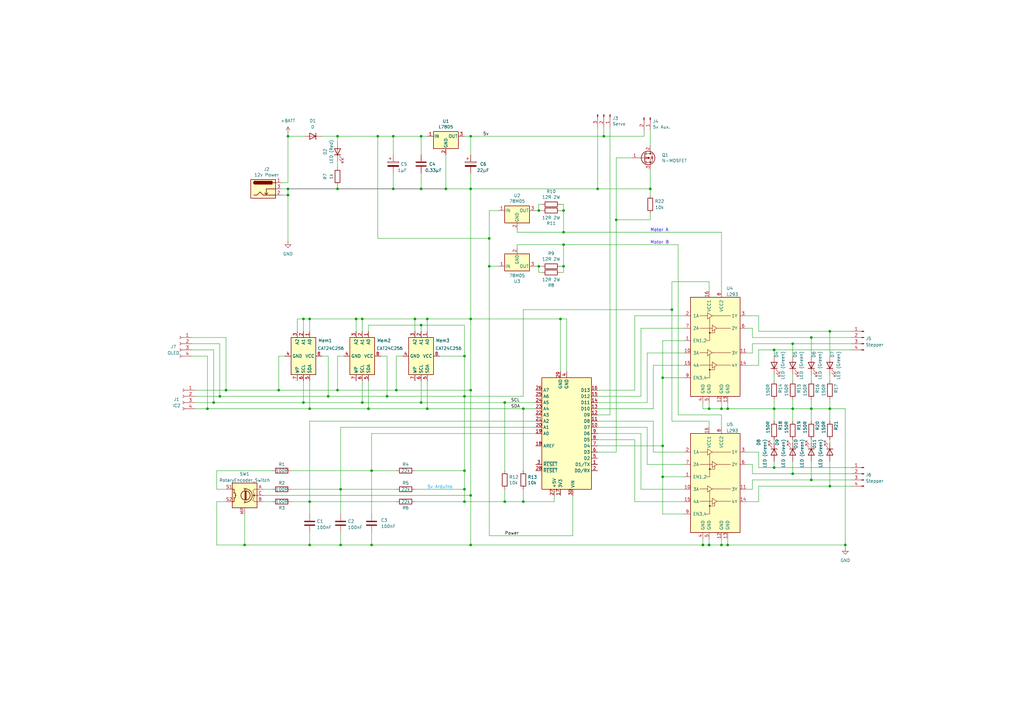
<source format=kicad_sch>
(kicad_sch (version 20231120) (generator "eeschema") (generator_version "8.0")
  (paper "A3")
  (title_block (title "Mini Plotter Ful") (date "2022-08-09") (rev "0") (company "Tim") (comment 1 "Motherboard") (comment 2 "Two 78M05 configured as Contant Current 0.4A") (comment 3 "Re Routed Power to NANO, removed Vdrop Diode."))
  (lib_symbols
    (symbol "Connector:Barrel_Jack_Switch" (pin_names hide)
      (property "Reference" "J" (at 0 5.334 0))
      (property "Value" "Barrel_Jack_Switch" (at 0 -5.08 0))
      (symbol "Barrel_Jack_Switch_1_1"
        (pin passive line (at 7.62 2.54 180) (length 2.54) (name "~") (number "1"))
        (pin passive line (at 7.62 -2.54 180) (length 2.54) (name "~") (number "2"))
        (pin passive line (at 7.62 0 180) (length 2.54) (name "~") (number "3"))
      )
    )
    (symbol "Connector:Conn_01x02_Male" (pin_names (offset 1.016) hide)
      (property "Reference" "J" (at 0 2.54 0))
      (property "Value" "Conn_01x02_Male" (at 0 -5.08 0))
      (symbol "Conn_01x02_Male_1_1"
        (pin passive line (at 5.08 0 180) (length 3.81) (name "Pin_1") (number "1"))
        (pin passive line (at 5.08 -2.54 180) (length 3.81) (name "Pin_2") (number "2"))
      )
    )
    (symbol "Connector:Conn_01x03_Male" (pin_names (offset 1.016) hide)
      (property "Reference" "J" (at 0 5.08 0))
      (property "Value" "Conn_01x03_Male" (at 0 -5.08 0))
      (symbol "Conn_01x03_Male_1_1"
        (pin passive line (at 5.08 2.54 180) (length 3.81) (name "Pin_1") (number "1"))
        (pin passive line (at 5.08 0 180) (length 3.81) (name "Pin_2") (number "2"))
        (pin passive line (at 5.08 -2.54 180) (length 3.81) (name "Pin_3") (number "3"))
      )
    )
    (symbol "Connector:Conn_01x04_Female" (pin_names (offset 1.016) hide)
      (property "Reference" "J" (at 0 5.08 0))
      (property "Value" "Conn_01x04_Female" (at 0 -7.62 0))
      (symbol "Conn_01x04_Female_1_1"
        (pin passive line (at -5.08 2.54 0) (length 3.81) (name "Pin_1") (number "1"))
        (pin passive line (at -5.08 0 0) (length 3.81) (name "Pin_2") (number "2"))
        (pin passive line (at -5.08 -2.54 0) (length 3.81) (name "Pin_3") (number "3"))
        (pin passive line (at -5.08 -5.08 0) (length 3.81) (name "Pin_4") (number "4"))
      )
    )
    (symbol "Connector:Conn_01x04_Male" (pin_names (offset 1.016) hide)
      (property "Reference" "J" (at 0 5.08 0))
      (property "Value" "Conn_01x04_Male" (at 0 -7.62 0))
      (symbol "Conn_01x04_Male_1_1"
        (pin passive line (at 5.08 2.54 180) (length 3.81) (name "Pin_1") (number "1"))
        (pin passive line (at 5.08 0 180) (length 3.81) (name "Pin_2") (number "2"))
        (pin passive line (at 5.08 -2.54 180) (length 3.81) (name "Pin_3") (number "3"))
        (pin passive line (at 5.08 -5.08 180) (length 3.81) (name "Pin_4") (number "4"))
      )
    )
    (symbol "Device:C" (pin_numbers hide) (pin_names (offset 0.254))
      (property "Reference" "C" (at 0.635 2.54 0))
      (property "Value" "C" (at 0.635 -2.54 0))
      (symbol "C_1_1"
        (pin passive line (at 0 3.81 270) (length 2.794) (name "~") (number "1"))
        (pin passive line (at 0 -3.81 90) (length 2.794) (name "~") (number "2"))
      )
    )
    (symbol "Device:C_Polarized" (pin_numbers hide) (pin_names (offset 0.254))
      (property "Reference" "C" (at 0.635 2.54 0))
      (property "Value" "C_Polarized" (at 0.635 -2.54 0))
      (symbol "C_Polarized_1_1"
        (pin passive line (at 0 3.81 270) (length 2.794) (name "~") (number "1"))
        (pin passive line (at 0 -3.81 90) (length 2.794) (name "~") (number "2"))
      )
    )
    (symbol "Device:D" (pin_numbers hide) (pin_names (offset 1.016) hide)
      (property "Reference" "D" (at 0 2.54 0))
      (property "Value" "D" (at 0 -2.54 0))
      (symbol "D_1_1"
        (pin passive line (at -3.81 0 0) (length 2.54) (name "K") (number "1"))
        (pin passive line (at 3.81 0 180) (length 2.54) (name "A") (number "2"))
      )
    )
    (symbol "Device:LED" (pin_numbers hide) (pin_names (offset 1.016) hide)
      (property "Reference" "D" (at 0 2.54 0))
      (property "Value" "LED" (at 0 -2.54 0))
      (symbol "LED_1_1"
        (pin passive line (at -3.81 0 0) (length 2.54) (name "K") (number "1"))
        (pin passive line (at 3.81 0 180) (length 2.54) (name "A") (number "2"))
      )
    )
    (symbol "Device:Q_NMOS_GDS" (pin_names (offset 0) hide)
      (property "Reference" "Q" (at 5.08 1.27 0))
      (property "Value" "Q_NMOS_GDS" (at 5.08 -1.27 0))
      (symbol "Q_NMOS_GDS_1_1"
        (pin input line (at -5.08 0 0) (length 2.54) (name "G") (number "1"))
        (pin passive line (at 2.54 5.08 270) (length 2.54) (name "D") (number "2"))
        (pin passive line (at 2.54 -5.08 90) (length 2.54) (name "S") (number "3"))
      )
    )
    (symbol "Device:R" (pin_numbers hide) (pin_names (offset 0))
      (property "Reference" "R" (at 2.032 0 90))
      (property "Value" "R" (at 0 0 90))
      (symbol "R_1_1"
        (pin passive line (at 0 3.81 270) (length 1.27) (name "~") (number "1"))
        (pin passive line (at 0 -3.81 90) (length 1.27) (name "~") (number "2"))
      )
    )
    (symbol "Driver_Motor:L293" (pin_names (offset 1.016))
      (property "Reference" "U" (at -5.08 26.035 0))
      (property "Value" "L293" (at -5.08 24.13 0))
      (symbol "L293_1_1"
        (pin input line (at -12.7 5.08 0) (length 2.54) (name "EN1,2") (number "1"))
        (pin input line (at -12.7 0 0) (length 2.54) (name "3A") (number "10"))
        (pin output line (at 12.7 0 180) (length 2.54) (name "3Y") (number "11"))
        (pin power_in line (at 2.54 -20.32 90) (length 2.54) (name "GND") (number "12"))
        (pin power_in line (at 5.08 -20.32 90) (length 2.54) (name "GND") (number "13"))
        (pin output line (at 12.7 -5.08 180) (length 2.54) (name "4Y") (number "14"))
        (pin input line (at -12.7 -5.08 0) (length 2.54) (name "4A") (number "15"))
        (pin power_in line (at -2.54 25.4 270) (length 2.54) (name "VCC1") (number "16"))
        (pin input line (at -12.7 15.24 0) (length 2.54) (name "1A") (number "2"))
        (pin output line (at 12.7 15.24 180) (length 2.54) (name "1Y") (number "3"))
        (pin power_in line (at -5.08 -20.32 90) (length 2.54) (name "GND") (number "4"))
        (pin power_in line (at -2.54 -20.32 90) (length 2.54) (name "GND") (number "5"))
        (pin output line (at 12.7 10.16 180) (length 2.54) (name "2Y") (number "6"))
        (pin input line (at -12.7 10.16 0) (length 2.54) (name "2A") (number "7"))
        (pin power_in line (at 2.54 25.4 270) (length 2.54) (name "VCC2") (number "8"))
        (pin input line (at -12.7 -10.16 0) (length 2.54) (name "EN3,4") (number "9"))
      )
    )
    (symbol "MCU_Module:Arduino_Nano_v3.x"
      (property "Reference" "A" (at -10.16 23.495 0))
      (property "Value" "Arduino_Nano_v3.x" (at 5.08 -24.13 0))
      (symbol "Arduino_Nano_v3.x_1_1"
        (pin bidirectional line (at -12.7 12.7 0) (length 2.54) (name "D1/TX") (number "1"))
        (pin bidirectional line (at -12.7 -2.54 0) (length 2.54) (name "D7") (number "10"))
        (pin bidirectional line (at -12.7 -5.08 0) (length 2.54) (name "D8") (number "11"))
        (pin bidirectional line (at -12.7 -7.62 0) (length 2.54) (name "D9") (number "12"))
        (pin bidirectional line (at -12.7 -10.16 0) (length 2.54) (name "D10") (number "13"))
        (pin bidirectional line (at -12.7 -12.7 0) (length 2.54) (name "D11") (number "14"))
        (pin bidirectional line (at -12.7 -15.24 0) (length 2.54) (name "D12") (number "15"))
        (pin bidirectional line (at -12.7 -17.78 0) (length 2.54) (name "D13") (number "16"))
        (pin power_out line (at 2.54 25.4 270) (length 2.54) (name "3V3") (number "17"))
        (pin input line (at 12.7 5.08 180) (length 2.54) (name "AREF") (number "18"))
        (pin bidirectional line (at 12.7 0 180) (length 2.54) (name "A0") (number "19"))
        (pin bidirectional line (at -12.7 15.24 0) (length 2.54) (name "D0/RX") (number "2"))
        (pin bidirectional line (at 12.7 -2.54 180) (length 2.54) (name "A1") (number "20"))
        (pin bidirectional line (at 12.7 -5.08 180) (length 2.54) (name "A2") (number "21"))
        (pin bidirectional line (at 12.7 -7.62 180) (length 2.54) (name "A3") (number "22"))
        (pin bidirectional line (at 12.7 -10.16 180) (length 2.54) (name "A4") (number "23"))
        (pin bidirectional line (at 12.7 -12.7 180) (length 2.54) (name "A5") (number "24"))
        (pin bidirectional line (at 12.7 -15.24 180) (length 2.54) (name "A6") (number "25"))
        (pin bidirectional line (at 12.7 -17.78 180) (length 2.54) (name "A7") (number "26"))
        (pin power_out line (at 5.08 25.4 270) (length 2.54) (name "+5V") (number "27"))
        (pin input line (at 12.7 15.24 180) (length 2.54) (name "~{RESET}") (number "28"))
        (pin power_in line (at 2.54 -25.4 90) (length 2.54) (name "GND") (number "29"))
        (pin input line (at 12.7 12.7 180) (length 2.54) (name "~{RESET}") (number "3"))
        (pin power_in line (at -2.54 25.4 270) (length 2.54) (name "VIN") (number "30"))
        (pin power_in line (at 0 -25.4 90) (length 2.54) (name "GND") (number "4"))
        (pin bidirectional line (at -12.7 10.16 0) (length 2.54) (name "D2") (number "5"))
        (pin bidirectional line (at -12.7 7.62 0) (length 2.54) (name "D3") (number "6"))
        (pin bidirectional line (at -12.7 5.08 0) (length 2.54) (name "D4") (number "7"))
        (pin bidirectional line (at -12.7 2.54 0) (length 2.54) (name "D5") (number "8"))
        (pin bidirectional line (at -12.7 0 0) (length 2.54) (name "D6") (number "9"))
      )
    )
    (symbol "Memory_EEPROM:CAT24C256"
      (property "Reference" "U" (at -6.35 6.35 0))
      (property "Value" "CAT24C256" (at 1.27 6.35 0))
      (symbol "CAT24C256_1_1"
        (pin input line (at -10.16 2.54 0) (length 2.54) (name "A0") (number "1"))
        (pin input line (at -10.16 0 0) (length 2.54) (name "A1") (number "2"))
        (pin input line (at -10.16 -2.54 0) (length 2.54) (name "A2") (number "3"))
        (pin power_in line (at 0 -7.62 90) (length 2.54) (name "GND") (number "4"))
        (pin bidirectional line (at 10.16 2.54 180) (length 2.54) (name "SDA") (number "5"))
        (pin input line (at 10.16 0 180) (length 2.54) (name "SCL") (number "6"))
        (pin input line (at 10.16 -2.54 180) (length 2.54) (name "WP") (number "7"))
        (pin power_in line (at 0 7.62 270) (length 2.54) (name "VCC") (number "8"))
      )
    )
    (symbol "Regulator_Linear:L7805" (pin_names (offset 0.254))
      (property "Reference" "U" (at -3.81 3.175 0))
      (property "Value" "L7805" (at 0 3.175 0))
      (symbol "L7805_1_1"
        (pin power_in line (at -7.62 0 0) (length 2.54) (name "IN") (number "1"))
        (pin power_in line (at 0 -7.62 90) (length 2.54) (name "GND") (number "2"))
        (pin power_out line (at 7.62 0 180) (length 2.54) (name "OUT") (number "3"))
      )
    )
    (symbol "Tims_Library:RotaryEncoder_Switch" (pin_names (offset 0.254) hide)
      (property "Reference" "SW" (at 0 8.89 0))
      (property "Value" "RotaryEncoder_Switch" (at 0 6.35 0))
      (symbol "RotaryEncoder_Switch_1_1"
        (pin passive line (at -7.62 2.54 0) (length 2.54) (name "A") (number "A"))
        (pin passive line (at -7.62 -2.54 0) (length 2.54) (name "B") (number "B"))
        (pin passive line (at -7.62 0 0) (length 2.54) (name "C") (number "C"))
        (pin unspecified line (at 0 -7.62 90) (length 2.54) (name "Case") (number "MP"))
        (pin passive line (at 7.62 2.54 180) (length 2.54) (name "S1") (number "S1"))
        (pin passive line (at 7.62 -2.54 180) (length 2.54) (name "S2") (number "S2"))
      )
    )
    (symbol "power:+BATT" (power) (pin_numbers hide) (pin_names (offset 0) hide)
      (property "Value" "+BATT" (at 0 3.556 0))
      (symbol "+BATT_1_1"
        (pin power_in line (at 0 0 90) (length 0) (name "~") (number "1"))
      )
    )
    (symbol "power:GND" (power) (pin_numbers hide) (pin_names (offset 0) hide)
      (property "Value" "GND" (at 0 -3.81 0))
      (symbol "GND_1_1"
        (pin power_in line (at 0 0 270) (length 0) (name "~") (number "1"))
      )
    )
  )
  (junction (at 231.14 109.22))
  (junction (at 193.04 160.02))
  (junction (at 214.63 205.74))
  (junction (at 193.04 55.88))
  (junction (at 114.3 160.02))
  (junction (at 193.04 77.47))
  (junction (at 275.59 127))
  (junction (at 118.11 77.47))
  (junction (at 139.7 200.66))
  (junction (at 346.71 223.52))
  (junction (at 200.66 97.79))
  (junction (at 118.11 80.01))
  (junction (at 290.83 223.52))
  (junction (at 193.04 130.81))
  (junction (at 231.14 95.25))
  (junction (at 170.18 130.81))
  (junction (at 161.29 55.88))
  (junction (at 266.7 77.47))
  (junction (at 193.04 203.2))
  (junction (at 340.36 135.89))
  (junction (at 290.83 167.64))
  (junction (at 127 130.81))
  (junction (at 172.72 165.1))
  (junction (at 138.43 160.02))
  (junction (at 252.73 90.17))
  (junction (at 271.78 182.88))
  (junction (at 245.11 77.47))
  (junction (at 87.63 165.1))
  (junction (at 207.01 165.1))
  (junction (at 190.5 200.66))
  (junction (at 146.05 130.81))
  (junction (at 118.11 55.88))
  (junction (at 138.43 77.47))
  (junction (at 220.98 109.22))
  (junction (at 220.98 86.36))
  (junction (at 332.74 138.43))
  (junction (at 172.72 55.88))
  (junction (at 295.91 223.52))
  (junction (at 85.09 167.64))
  (junction (at 193.04 223.52))
  (junction (at 190.5 193.04))
  (junction (at 295.91 167.64))
  (junction (at 151.13 167.64))
  (junction (at 247.65 55.88))
  (junction (at 325.12 194.31))
  (junction (at 172.72 77.47))
  (junction (at 161.29 77.47))
  (junction (at 317.5 143.51))
  (junction (at 152.4 193.04))
  (junction (at 214.63 167.64))
  (junction (at 207.01 205.74))
  (junction (at 148.59 130.81))
  (junction (at 182.88 77.47))
  (junction (at 271.78 154.94))
  (junction (at 172.72 133.35))
  (junction (at 190.5 146.05))
  (junction (at 231.14 86.36))
  (junction (at 124.46 165.1))
  (junction (at 100.33 223.52))
  (junction (at 175.26 167.64))
  (junction (at 317.5 191.77))
  (junction (at 298.45 167.64))
  (junction (at 298.45 223.52))
  (junction (at 317.5 167.64))
  (junction (at 340.36 199.39))
  (junction (at 148.59 165.1))
  (junction (at 162.56 160.02))
  (junction (at 127 205.74))
  (junction (at 190.5 162.56))
  (junction (at 332.74 196.85))
  (junction (at 139.7 223.52))
  (junction (at 325.12 140.97))
  (junction (at 190.5 205.74))
  (junction (at 152.4 223.52))
  (junction (at 288.29 223.52))
  (junction (at 200.66 109.22))
  (junction (at 231.14 100.33))
  (junction (at 154.94 55.88))
  (junction (at 124.46 130.81))
  (junction (at 175.26 130.81))
  (junction (at 90.17 162.56))
  (junction (at 92.71 160.02))
  (junction (at 229.87 130.81))
  (junction (at 325.12 167.64))
  (junction (at 340.36 167.64))
  (junction (at 271.78 195.58))
  (junction (at 134.62 162.56))
  (junction (at 127 223.52))
  (junction (at 127 167.64))
  (junction (at 158.75 162.56))
  (junction (at 332.74 167.64))
  (junction (at 138.43 55.88))
  (wire (pts (xy 245.11 182.88) (xy 271.78 182.88)))
  (wire (pts (xy 139.7 223.52) (xy 152.4 223.52)))
  (wire (pts (xy 100.33 210.82) (xy 100.33 223.52)))
  (wire (pts (xy 317.5 191.77) (xy 349.25 191.77)))
  (wire (pts (xy 231.14 86.36) (xy 231.14 95.25)))
  (wire (pts (xy 85.09 146.05) (xy 85.09 167.64)))
  (wire (pts (xy 148.59 156.21) (xy 148.59 165.1)))
  (wire (pts (xy 107.95 205.74) (xy 111.76 205.74)))
  (wire (pts (xy 152.4 177.8) (xy 219.71 177.8)))
  (wire (pts (xy 118.11 55.88) (xy 124.46 55.88)))
  (wire (pts (xy 298.45 167.64) (xy 295.91 167.64)))
  (wire (pts (xy 204.47 86.36) (xy 200.66 86.36)))
  (wire (pts (xy 317.5 143.51) (xy 317.5 146.05)))
  (wire (pts (xy 231.14 83.82) (xy 231.14 86.36)))
  (wire (pts (xy 311.15 205.74) (xy 311.15 199.39)))
  (wire (pts (xy 308.61 138.43) (xy 332.74 138.43)))
  (wire (pts (xy 271.78 154.94) (xy 280.67 154.94)))
  (wire (pts (xy 271.78 182.88) (xy 271.78 195.58)))
  (wire (pts (xy 161.29 71.12) (xy 161.29 77.47)))
  (wire (pts (xy 266.7 53.34) (xy 266.7 59.69)))
  (wire (pts (xy 245.11 177.8) (xy 262.89 177.8)))
  (wire (pts (xy 231.14 100.33) (xy 278.13 100.33)))
  (wire (pts (xy 119.38 205.74) (xy 127 205.74)))
  (wire (pts (xy 332.74 189.23) (xy 332.74 196.85)))
  (wire (pts (xy 340.36 180.34) (xy 340.36 181.61)))
  (wire (pts (xy 332.74 196.85) (xy 349.25 196.85)))
  (wire (pts (xy 190.5 205.74) (xy 207.01 205.74)))
  (wire (pts (xy 193.04 203.2) (xy 193.04 223.52)))
  (wire (pts (xy 193.04 55.88) (xy 193.04 63.5)))
  (wire (pts (xy 265.43 175.26) (xy 265.43 190.5)))
  (wire (pts (xy 290.83 172.72) (xy 290.83 175.26)))
  (wire (pts (xy 193.04 223.52) (xy 288.29 223.52)))
  (wire (pts (xy 267.97 149.86) (xy 280.67 149.86)))
  (wire (pts (xy 154.94 55.88) (xy 154.94 97.79)))
  (wire (pts (xy 127 130.81) (xy 127 135.89)))
  (wire (pts (xy 229.87 83.82) (xy 231.14 83.82)))
  (wire (pts (xy 134.62 146.05) (xy 134.62 162.56)))
  (wire (pts (xy 229.87 111.76) (xy 231.14 111.76)))
  (wire (pts (xy 139.7 175.26) (xy 139.7 200.66)))
  (wire (pts (xy 170.18 130.81) (xy 170.18 135.89)))
  (wire (pts (xy 229.87 109.22) (xy 231.14 109.22)))
  (wire (pts (xy 190.5 205.74) (xy 190.5 200.66)))
  (wire (pts (xy 127 205.74) (xy 162.56 205.74)))
  (wire (pts (xy 139.7 200.66) (xy 139.7 210.82)))
  (wire (pts (xy 346.71 223.52) (xy 346.71 224.79)))
  (wire (pts (xy 266.7 69.85) (xy 266.7 77.47)))
  (wire (pts (xy 325.12 172.72) (xy 325.12 167.64)))
  (wire (pts (xy 252.73 185.42) (xy 245.11 185.42)))
  (wire (pts (xy 78.74 143.51) (xy 87.63 143.51)))
  (wire (pts (xy 138.43 77.47) (xy 161.29 77.47)) (stroke (width 0) (color 0 0 0 1)))
  (wire (pts (xy 151.13 156.21) (xy 151.13 167.64)))
  (wire (pts (xy 288.29 220.98) (xy 288.29 223.52)))
  (wire (pts (xy 311.15 185.42) (xy 311.15 191.77)))
  (wire (pts (xy 118.11 77.47) (xy 138.43 77.47)) (stroke (width 0) (color 0 0 0 1)))
  (wire (pts (xy 298.45 167.64) (xy 317.5 167.64)))
  (wire (pts (xy 295.91 165.1) (xy 295.91 167.64)))
  (wire (pts (xy 151.13 133.35) (xy 172.72 133.35)))
  (wire (pts (xy 127 130.81) (xy 146.05 130.81)))
  (wire (pts (xy 265.43 165.1) (xy 245.11 165.1)))
  (wire (pts (xy 152.4 193.04) (xy 162.56 193.04)))
  (wire (pts (xy 306.07 200.66) (xy 308.61 200.66)))
  (wire (pts (xy 231.14 100.33) (xy 212.09 100.33)))
  (wire (pts (xy 193.04 160.02) (xy 193.04 203.2)))
  (wire (pts (xy 266.7 87.63) (xy 266.7 90.17)))
  (wire (pts (xy 118.11 54.61) (xy 118.11 55.88)))
  (wire (pts (xy 220.98 83.82) (xy 220.98 86.36)))
  (wire (pts (xy 175.26 130.81) (xy 175.26 135.89)))
  (wire (pts (xy 332.74 146.05) (xy 332.74 138.43)))
  (wire (pts (xy 127 130.81) (xy 124.46 130.81)))
  (wire (pts (xy 162.56 160.02) (xy 193.04 160.02)))
  (wire (pts (xy 90.17 140.97) (xy 90.17 162.56)))
  (wire (pts (xy 306.07 185.42) (xy 311.15 185.42)))
  (wire (pts (xy 172.72 135.89) (xy 172.72 133.35)))
  (wire (pts (xy 332.74 138.43) (xy 349.25 138.43)))
  (wire (pts (xy 260.35 205.74) (xy 280.67 205.74)))
  (wire (pts (xy 214.63 200.66) (xy 214.63 205.74)))
  (wire (pts (xy 271.78 210.82) (xy 280.67 210.82)))
  (wire (pts (xy 229.87 86.36) (xy 231.14 86.36)))
  (wire (pts (xy 138.43 160.02) (xy 162.56 160.02)))
  (wire (pts (xy 212.09 95.25) (xy 231.14 95.25)))
  (wire (pts (xy 200.66 109.22) (xy 200.66 97.79)))
  (wire (pts (xy 193.04 71.12) (xy 193.04 77.47)))
  (wire (pts (xy 100.33 223.52) (xy 127 223.52)))
  (wire (pts (xy 267.97 167.64) (xy 245.11 167.64)))
  (wire (pts (xy 340.36 135.89) (xy 349.25 135.89)))
  (wire (pts (xy 260.35 129.54) (xy 280.67 129.54)))
  (wire (pts (xy 207.01 193.04) (xy 207.01 165.1)))
  (wire (pts (xy 325.12 163.83) (xy 325.12 167.64)))
  (wire (pts (xy 172.72 71.12) (xy 172.72 77.47)))
  (wire (pts (xy 275.59 127) (xy 275.59 172.72)))
  (wire (pts (xy 78.74 140.97) (xy 90.17 140.97)))
  (wire (pts (xy 88.9 205.74) (xy 92.71 205.74)))
  (wire (pts (xy 220.98 111.76) (xy 220.98 109.22)))
  (wire (pts (xy 332.74 180.34) (xy 332.74 181.61)))
  (wire (pts (xy 259.08 64.77) (xy 252.73 64.77)))
  (wire (pts (xy 264.16 55.88) (xy 264.16 53.34)))
  (wire (pts (xy 118.11 77.47) (xy 118.11 80.01)) (stroke (width 0) (color 0 0 0 1)))
  (wire (pts (xy 265.43 190.5) (xy 280.67 190.5)))
  (wire (pts (xy 260.35 129.54) (xy 260.35 160.02)))
  (wire (pts (xy 154.94 55.88) (xy 161.29 55.88)))
  (wire (pts (xy 271.78 154.94) (xy 271.78 182.88)))
  (wire (pts (xy 154.94 97.79) (xy 200.66 97.79)))
  (wire (pts (xy 290.83 223.52) (xy 295.91 223.52)))
  (wire (pts (xy 317.5 153.67) (xy 317.5 156.21)))
  (wire (pts (xy 88.9 205.74) (xy 88.9 223.52)))
  (wire (pts (xy 325.12 194.31) (xy 349.25 194.31)))
  (wire (pts (xy 115.57 80.01) (xy 118.11 80.01)))
  (wire (pts (xy 267.97 185.42) (xy 280.67 185.42)))
  (wire (pts (xy 222.25 83.82) (xy 220.98 83.82)))
  (wire (pts (xy 158.75 146.05) (xy 158.75 162.56)))
  (wire (pts (xy 88.9 223.52) (xy 100.33 223.52)))
  (wire (pts (xy 262.89 134.62) (xy 262.89 162.56)))
  (wire (pts (xy 247.65 55.88) (xy 247.65 52.07)))
  (wire (pts (xy 118.11 74.93) (xy 115.57 74.93)))
  (wire (pts (xy 138.43 66.04) (xy 138.43 68.58)))
  (wire (pts (xy 275.59 127) (xy 275.59 115.57)))
  (wire (pts (xy 190.5 133.35) (xy 190.5 146.05)))
  (wire (pts (xy 222.25 111.76) (xy 220.98 111.76)))
  (wire (pts (xy 262.89 200.66) (xy 280.67 200.66)))
  (wire (pts (xy 193.04 130.81) (xy 193.04 160.02)))
  (wire (pts (xy 245.11 170.18) (xy 250.19 170.18)))
  (wire (pts (xy 158.75 162.56) (xy 190.5 162.56)))
  (wire (pts (xy 87.63 143.51) (xy 87.63 165.1)))
  (wire (pts (xy 80.01 160.02) (xy 92.71 160.02)))
  (wire (pts (xy 190.5 162.56) (xy 190.5 193.04)))
  (wire (pts (xy 207.01 200.66) (xy 207.01 205.74)))
  (wire (pts (xy 317.5 172.72) (xy 317.5 167.64)))
  (wire (pts (xy 265.43 144.78) (xy 265.43 165.1)))
  (wire (pts (xy 222.25 86.36) (xy 220.98 86.36)))
  (wire (pts (xy 214.63 127) (xy 275.59 127)))
  (wire (pts (xy 124.46 165.1) (xy 148.59 165.1)))
  (wire (pts (xy 325.12 140.97) (xy 349.25 140.97)))
  (wire (pts (xy 175.26 167.64) (xy 214.63 167.64)))
  (wire (pts (xy 308.61 190.5) (xy 308.61 194.31)))
  (wire (pts (xy 308.61 196.85) (xy 332.74 196.85)))
  (wire (pts (xy 148.59 130.81) (xy 170.18 130.81)))
  (wire (pts (xy 172.72 165.1) (xy 207.01 165.1)))
  (wire (pts (xy 80.01 165.1) (xy 87.63 165.1)))
  (wire (pts (xy 161.29 55.88) (xy 172.72 55.88)))
  (wire (pts (xy 193.04 77.47) (xy 193.04 130.81)))
  (wire (pts (xy 222.25 109.22) (xy 220.98 109.22)))
  (wire (pts (xy 317.5 189.23) (xy 317.5 191.77)))
  (wire (pts (xy 214.63 162.56) (xy 214.63 127)))
  (wire (pts (xy 138.43 146.05) (xy 138.43 160.02)))
  (wire (pts (xy 172.72 156.21) (xy 172.72 165.1)))
  (wire (pts (xy 152.4 177.8) (xy 152.4 193.04)))
  (wire (pts (xy 317.5 167.64) (xy 325.12 167.64)))
  (wire (pts (xy 311.15 191.77) (xy 317.5 191.77)))
  (wire (pts (xy 266.7 77.47) (xy 266.7 80.01)))
  (wire (pts (xy 227.33 203.2) (xy 227.33 205.74)))
  (wire (pts (xy 290.83 165.1) (xy 290.83 167.64)))
  (wire (pts (xy 306.07 190.5) (xy 308.61 190.5)))
  (wire (pts (xy 127 223.52) (xy 139.7 223.52)))
  (wire (pts (xy 220.98 109.22) (xy 219.71 109.22)))
  (wire (pts (xy 207.01 165.1) (xy 219.71 165.1)))
  (wire (pts (xy 262.89 162.56) (xy 245.11 162.56)))
  (wire (pts (xy 139.7 218.44) (xy 139.7 223.52)))
  (wire (pts (xy 340.36 189.23) (xy 340.36 199.39)))
  (wire (pts (xy 340.36 153.67) (xy 340.36 156.21)))
  (wire (pts (xy 308.61 140.97) (xy 325.12 140.97)))
  (wire (pts (xy 182.88 77.47) (xy 193.04 77.47)))
  (wire (pts (xy 245.11 175.26) (xy 265.43 175.26)))
  (wire (pts (xy 290.83 172.72) (xy 275.59 172.72)))
  (wire (pts (xy 214.63 167.64) (xy 219.71 167.64)))
  (wire (pts (xy 151.13 135.89) (xy 151.13 133.35)))
  (wire (pts (xy 124.46 130.81) (xy 124.46 135.89)))
  (wire (pts (xy 325.12 140.97) (xy 325.12 146.05)))
  (wire (pts (xy 306.07 149.86) (xy 311.15 149.86)))
  (wire (pts (xy 288.29 167.64) (xy 290.83 167.64)))
  (wire (pts (xy 212.09 100.33) (xy 212.09 101.6)))
  (wire (pts (xy 290.83 119.38) (xy 290.83 115.57)))
  (wire (pts (xy 231.14 95.25) (xy 295.91 95.25)))
  (wire (pts (xy 271.78 139.7) (xy 271.78 154.94)))
  (wire (pts (xy 165.1 146.05) (xy 162.56 146.05)))
  (wire (pts (xy 214.63 193.04) (xy 214.63 167.64)))
  (wire (pts (xy 107.95 203.2) (xy 193.04 203.2)))
  (wire (pts (xy 288.29 223.52) (xy 290.83 223.52)))
  (wire (pts (xy 138.43 55.88) (xy 154.94 55.88)))
  (wire (pts (xy 161.29 77.47) (xy 172.72 77.47)) (stroke (width 0) (color 0 0 0 1)))
  (wire (pts (xy 87.63 165.1) (xy 124.46 165.1)))
  (wire (pts (xy 346.71 167.64) (xy 346.71 223.52)))
  (wire (pts (xy 308.61 134.62) (xy 308.61 138.43)))
  (wire (pts (xy 245.11 180.34) (xy 260.35 180.34)))
  (wire (pts (xy 317.5 143.51) (xy 349.25 143.51)))
  (wire (pts (xy 114.3 146.05) (xy 114.3 160.02)))
  (wire (pts (xy 227.33 205.74) (xy 214.63 205.74)))
  (wire (pts (xy 119.38 193.04) (xy 152.4 193.04)))
  (wire (pts (xy 190.5 146.05) (xy 190.5 162.56)))
  (wire (pts (xy 311.15 199.39) (xy 340.36 199.39)))
  (wire (pts (xy 325.12 167.64) (xy 332.74 167.64)))
  (wire (pts (xy 298.45 223.52) (xy 298.45 220.98)))
  (wire (pts (xy 325.12 180.34) (xy 325.12 181.61)))
  (wire (pts (xy 340.36 167.64) (xy 332.74 167.64)))
  (wire (pts (xy 78.74 146.05) (xy 85.09 146.05)))
  (wire (pts (xy 116.84 146.05) (xy 114.3 146.05)))
  (wire (pts (xy 118.11 74.93) (xy 118.11 55.88)))
  (wire (pts (xy 138.43 76.2) (xy 138.43 77.47)))
  (wire (pts (xy 252.73 64.77) (xy 252.73 90.17)))
  (wire (pts (xy 288.29 165.1) (xy 288.29 167.64)))
  (wire (pts (xy 262.89 177.8) (xy 262.89 200.66)))
  (wire (pts (xy 172.72 55.88) (xy 172.72 63.5)))
  (wire (pts (xy 127 156.21) (xy 127 167.64)))
  (wire (pts (xy 80.01 162.56) (xy 90.17 162.56)))
  (wire (pts (xy 278.13 170.18) (xy 295.91 170.18)))
  (wire (pts (xy 132.08 55.88) (xy 138.43 55.88)))
  (wire (pts (xy 190.5 55.88) (xy 193.04 55.88)))
  (wire (pts (xy 200.66 86.36) (xy 200.66 97.79)))
  (wire (pts (xy 295.91 223.52) (xy 298.45 223.52)))
  (wire (pts (xy 146.05 130.81) (xy 148.59 130.81)))
  (wire (pts (xy 127 218.44) (xy 127 223.52)))
  (wire (pts (xy 340.36 172.72) (xy 340.36 167.64)))
  (wire (pts (xy 252.73 90.17) (xy 252.73 185.42)))
  (wire (pts (xy 121.92 135.89) (xy 121.92 130.81)))
  (wire (pts (xy 170.18 130.81) (xy 175.26 130.81)))
  (wire (pts (xy 190.5 193.04) (xy 190.5 200.66)))
  (wire (pts (xy 252.73 90.17) (xy 266.7 90.17)))
  (wire (pts (xy 295.91 95.25) (xy 295.91 119.38)))
  (wire (pts (xy 170.18 200.66) (xy 190.5 200.66)))
  (wire (pts (xy 267.97 172.72) (xy 267.97 185.42)))
  (wire (pts (xy 127 167.64) (xy 151.13 167.64)))
  (wire (pts (xy 170.18 205.74) (xy 190.5 205.74)))
  (wire (pts (xy 229.87 130.81) (xy 232.41 130.81)))
  (wire (pts (xy 152.4 223.52) (xy 193.04 223.52)))
  (wire (pts (xy 193.04 130.81) (xy 229.87 130.81)))
  (wire (pts (xy 115.57 77.47) (xy 118.11 77.47)))
  (wire (pts (xy 290.83 220.98) (xy 290.83 223.52)))
  (wire (pts (xy 306.07 205.74) (xy 311.15 205.74)))
  (wire (pts (xy 132.08 146.05) (xy 134.62 146.05)))
  (wire (pts (xy 139.7 175.26) (xy 219.71 175.26)))
  (wire (pts (xy 232.41 152.4) (xy 232.41 130.81)))
  (wire (pts (xy 182.88 77.47) (xy 172.72 77.47)) (stroke (width 0) (color 0 0 0 1)))
  (wire (pts (xy 298.45 165.1) (xy 298.45 167.64)))
  (wire (pts (xy 280.67 139.7) (xy 271.78 139.7)))
  (wire (pts (xy 220.98 86.36) (xy 219.71 86.36)))
  (wire (pts (xy 308.61 194.31) (xy 325.12 194.31)))
  (wire (pts (xy 317.5 167.64) (xy 317.5 163.83)))
  (wire (pts (xy 267.97 167.64) (xy 267.97 149.86)))
  (wire (pts (xy 308.61 144.78) (xy 308.61 140.97)))
  (wire (pts (xy 271.78 195.58) (xy 271.78 210.82)))
  (wire (pts (xy 193.04 77.47) (xy 245.11 77.47)))
  (wire (pts (xy 107.95 200.66) (xy 111.76 200.66)))
  (wire (pts (xy 200.66 219.71) (xy 234.95 219.71)))
  (wire (pts (xy 340.36 135.89) (xy 340.36 146.05)))
  (wire (pts (xy 260.35 180.34) (xy 260.35 205.74)))
  (wire (pts (xy 262.89 134.62) (xy 280.67 134.62)))
  (wire (pts (xy 180.34 146.05) (xy 190.5 146.05)))
  (wire (pts (xy 190.5 162.56) (xy 214.63 162.56)))
  (wire (pts (xy 340.36 167.64) (xy 346.71 167.64)))
  (wire (pts (xy 247.65 55.88) (xy 264.16 55.88)))
  (wire (pts (xy 170.18 193.04) (xy 190.5 193.04)))
  (wire (pts (xy 124.46 156.21) (xy 124.46 165.1)))
  (wire (pts (xy 140.97 146.05) (xy 138.43 146.05)))
  (wire (pts (xy 172.72 133.35) (xy 190.5 133.35)))
  (wire (pts (xy 271.78 195.58) (xy 280.67 195.58)))
  (wire (pts (xy 193.04 55.88) (xy 247.65 55.88)))
  (wire (pts (xy 290.83 167.64) (xy 295.91 167.64)))
  (wire (pts (xy 175.26 55.88) (xy 172.72 55.88)))
  (wire (pts (xy 340.36 163.83) (xy 340.36 167.64)))
  (wire (pts (xy 151.13 167.64) (xy 175.26 167.64)))
  (wire (pts (xy 260.35 160.02) (xy 245.11 160.02)))
  (wire (pts (xy 212.09 95.25) (xy 212.09 93.98)))
  (wire (pts (xy 306.07 134.62) (xy 308.61 134.62)))
  (wire (pts (xy 134.62 162.56) (xy 158.75 162.56)))
  (wire (pts (xy 80.01 167.64) (xy 85.09 167.64)))
  (wire (pts (xy 78.74 138.43) (xy 92.71 138.43)))
  (wire (pts (xy 182.88 63.5) (xy 182.88 77.47)))
  (wire (pts (xy 306.07 129.54) (xy 311.15 129.54)))
  (wire (pts (xy 332.74 167.64) (xy 332.74 172.72)))
  (wire (pts (xy 265.43 144.78) (xy 280.67 144.78)))
  (wire (pts (xy 311.15 149.86) (xy 311.15 143.51)))
  (wire (pts (xy 245.11 172.72) (xy 267.97 172.72)))
  (wire (pts (xy 229.87 152.4) (xy 229.87 130.81)))
  (wire (pts (xy 325.12 189.23) (xy 325.12 194.31)))
  (wire (pts (xy 231.14 109.22) (xy 231.14 100.33)))
  (wire (pts (xy 332.74 153.67) (xy 332.74 156.21)))
  (wire (pts (xy 85.09 167.64) (xy 127 167.64)))
  (wire (pts (xy 88.9 193.04) (xy 88.9 200.66)))
  (wire (pts (xy 317.5 180.34) (xy 317.5 181.61)))
  (wire (pts (xy 161.29 55.88) (xy 161.29 63.5)))
  (wire (pts (xy 127 172.72) (xy 219.71 172.72)))
  (wire (pts (xy 275.59 115.57) (xy 290.83 115.57)))
  (wire (pts (xy 295.91 220.98) (xy 295.91 223.52)))
  (wire (pts (xy 156.21 146.05) (xy 158.75 146.05)))
  (wire (pts (xy 332.74 167.64) (xy 332.74 163.83)))
  (wire (pts (xy 175.26 156.21) (xy 175.26 167.64)))
  (wire (pts (xy 127 172.72) (xy 127 205.74)))
  (wire (pts (xy 200.66 219.71) (xy 200.66 109.22)))
  (wire (pts (xy 207.01 205.74) (xy 214.63 205.74)))
  (wire (pts (xy 111.76 193.04) (xy 88.9 193.04)))
  (wire (pts (xy 152.4 193.04) (xy 152.4 210.82)))
  (wire (pts (xy 278.13 100.33) (xy 278.13 170.18)))
  (wire (pts (xy 139.7 200.66) (xy 162.56 200.66)))
  (wire (pts (xy 146.05 130.81) (xy 146.05 135.89)))
  (wire (pts (xy 311.15 129.54) (xy 311.15 135.89)))
  (wire (pts (xy 118.11 80.01) (xy 118.11 99.06)))
  (wire (pts (xy 234.95 203.2) (xy 234.95 219.71)))
  (wire (pts (xy 306.07 144.78) (xy 308.61 144.78)))
  (wire (pts (xy 325.12 153.67) (xy 325.12 156.21)))
  (wire (pts (xy 245.11 77.47) (xy 266.7 77.47)))
  (wire (pts (xy 311.15 135.89) (xy 340.36 135.89)))
  (wire (pts (xy 148.59 130.81) (xy 148.59 135.89)))
  (wire (pts (xy 88.9 200.66) (xy 92.71 200.66)))
  (wire (pts (xy 245.11 52.07) (xy 245.11 77.47)))
  (wire (pts (xy 308.61 200.66) (xy 308.61 196.85)))
  (wire (pts (xy 200.66 109.22) (xy 204.47 109.22)))
  (wire (pts (xy 175.26 130.81) (xy 193.04 130.81)))
  (wire (pts (xy 92.71 160.02) (xy 114.3 160.02)))
  (wire (pts (xy 295.91 170.18) (xy 295.91 175.26)))
  (wire (pts (xy 114.3 160.02) (xy 138.43 160.02)))
  (wire (pts (xy 231.14 111.76) (xy 231.14 109.22)))
  (wire (pts (xy 148.59 165.1) (xy 172.72 165.1)))
  (wire (pts (xy 138.43 55.88) (xy 138.43 58.42)))
  (wire (pts (xy 311.15 143.51) (xy 317.5 143.51)))
  (wire (pts (xy 92.71 138.43) (xy 92.71 160.02)))
  (wire (pts (xy 152.4 218.44) (xy 152.4 223.52)))
  (wire (pts (xy 119.38 200.66) (xy 139.7 200.66)))
  (wire (pts (xy 346.71 223.52) (xy 298.45 223.52)))
  (wire (pts (xy 127 205.74) (xy 127 210.82)))
  (wire (pts (xy 121.92 130.81) (xy 124.46 130.81)))
  (wire (pts (xy 90.17 162.56) (xy 134.62 162.56)))
  (wire (pts (xy 340.36 199.39) (xy 349.25 199.39)))
  (wire (pts (xy 250.19 52.07) (xy 250.19 170.18)))
  (wire (pts (xy 162.56 146.05) (xy 162.56 160.02)))
  (label "5v Arduino" (at 175.26 200.66 0))
  (label "Motor B" (at 266.7 100.33 0))
  (label "SDA" (at 209.55 167.64 0))
  (label "5v" (at 198.12 55.88 0))
  (label "SCL" (at 209.55 165.1 0))
  (label "Motor A" (at 266.7 95.25 0))
  (label "Power" (at 207.01 219.71 0))
  (symbol (lib_id "MCU_Module:Arduino_Nano_v3.x") (at 232.41 177.8 180) (unit 1)
    (property "Reference" "A1" (effects (hide yes)))
    (property "Value" "Arduino_Nano_v3.x" (effects (hide yes)))
    (property "Footprint" "Module:Arduino_Nano_WithMountingHoles" (effects (hide yes)))
    (property "Datasheet" "http://www.mouser.com/pdfdocs/Gravitech_Arduino_Nano3_0.pdf" (effects (hide yes)))
  )
  (symbol (lib_id "Regulator_Linear:L7805") (at 182.88 55.88 0) (unit 1)
    (property "Reference" "U1" (at 182.88 49.7332 0))
    (property "Value" "L7805" (at 182.88 52.0446 0))
    (property "Footprint" "Package_TO_SOT_SMD:TO-252-2" (effects (hide yes)))
    (property "Datasheet" "http://www.st.com/content/ccc/resource/technical/document/datasheet/41/4f/b3/b0/12/d4/47/88/CD00000444.pdf/files/CD00000444.pdf/jcr:content/translations/en.CD00000444.pdf" (effects (hide yes)))
  )
  (symbol (lib_id "Device:Q_NMOS_GDS") (at 264.16 64.77 0) (unit 1)
    (property "Reference" "Q1" (at 271.4752 63.6016 0) (effects (justify left)))
    (property "Value" "N-MOSFET" (at 271.4752 65.913 0) (effects (justify left)))
    (property "Footprint" "Package_TO_SOT_SMD:TO-252-3_TabPin2" (effects (hide yes)))
  )
  (symbol (lib_id "Device:R") (at 226.06 109.22 270) (unit 1)
    (property "Reference" "R9" (at 226.06 103.9622 90))
    (property "Value" "12R 2W" (at 226.06 106.2736 90))
    (property "Footprint" "Resistor_THT:R_Axial_DIN0516_L15.5mm_D5.0mm_P20.32mm_Horizontal" (effects (hide yes)))
  )
  (symbol (lib_id "Device:R") (at 226.06 86.36 270) (mirror x) (unit 1)
    (property "Reference" "R11" (at 226.06 91.6178 90))
    (property "Value" "12R 2W" (at 226.06 89.3064 90))
    (property "Footprint" "Resistor_THT:R_Axial_DIN0516_L15.5mm_D5.0mm_P20.32mm_Horizontal" (effects (hide yes)))
  )
  (symbol (lib_id "Device:R") (at 138.43 72.39 180) (unit 1)
    (property "Reference" "R7" (at 133.35 72.39 90))
    (property "Value" "1k" (at 135.89 72.39 90))
    (property "Footprint" "Resistor_SMD:R_0805_2012Metric" (effects (hide yes)))
  )
  (symbol (lib_id "Device:R") (at 214.63 196.85 0) (unit 1)
    (property "Reference" "R13" (at 216.408 195.6816 0) (effects (justify left)))
    (property "Value" "10k" (at 216.408 197.993 0) (effects (justify left)))
    (property "Footprint" "Resistor_SMD:R_0805_2012Metric" (effects (hide yes)))
  )
  (symbol (lib_id "Device:R") (at 207.01 196.85 0) (unit 1)
    (property "Reference" "R12" (at 208.788 195.6816 0) (effects (justify left)))
    (property "Value" "10k" (at 208.788 197.993 0) (effects (justify left)))
    (property "Footprint" "Resistor_SMD:R_0805_2012Metric" (effects (hide yes)))
  )
  (symbol (lib_id "Device:R") (at 266.7 83.82 0) (unit 1)
    (property "Reference" "R22" (at 270.51 82.55 0))
    (property "Value" "10k" (at 270.51 85.09 0))
    (property "Footprint" "Resistor_SMD:R_0805_2012Metric" (effects (hide yes)))
  )
  (symbol (lib_id "Connector:Barrel_Jack_Switch") (at 107.95 77.47 0) (unit 1)
    (property "Reference" "J2" (at 109.347 69.4182 0))
    (property "Value" "12v Power" (at 109.347 71.7296 0))
    (property "Footprint" "Connector_BarrelJack:BarrelJack_Horizontal" (effects (hide yes)))
  )
  (symbol (lib_id "Device:C") (at 172.72 67.31 0) (unit 1)
    (property "Reference" "C4" (at 177.292 67.31 0))
    (property "Value" "0.33µF" (at 177.8 69.85 0))
    (property "Footprint" "Capacitor_SMD:C_0805_2012Metric" (effects (hide yes)))
  )
  (symbol (lib_id "Regulator_Linear:L7805") (at 212.09 86.36 0) (unit 1)
    (property "Reference" "U2" (at 212.09 80.2132 0))
    (property "Value" "78M05" (at 212.09 82.5246 0))
    (property "Footprint" "Package_TO_SOT_SMD:TO-252-2" (effects (hide yes)))
    (property "Datasheet" "http://www.st.com/content/ccc/resource/technical/document/datasheet/41/4f/b3/b0/12/d4/47/88/CD00000444.pdf/files/CD00000444.pdf/jcr:content/translations/en.CD00000444.pdf" (effects (hide yes)))
  )
  (symbol (lib_id "Regulator_Linear:L7805") (at 212.09 109.22 0) (mirror x) (unit 1)
    (property "Reference" "U3" (at 212.09 115.3668 0))
    (property "Value" "78M05" (at 212.09 113.0554 0))
    (property "Footprint" "Package_TO_SOT_SMD:TO-252-2" (effects (hide yes)))
    (property "Datasheet" "http://www.st.com/content/ccc/resource/technical/document/datasheet/41/4f/b3/b0/12/d4/47/88/CD00000444.pdf/files/CD00000444.pdf/jcr:content/translations/en.CD00000444.pdf" (effects (hide yes)))
  )
  (symbol (lib_id "Device:LED") (at 138.43 62.23 90) (unit 1)
    (property "Reference" "D2" (at 133.35 62.23 0))
    (property "Value" "LED (Red)" (at 135.89 62.23 0))
    (property "Footprint" "LED_SMD:LED_0805_2012Metric" (effects (hide yes)))
  )
  (symbol (lib_id "Connector:Conn_01x02_Male") (at 266.7 48.26 270) (unit 1)
    (property "Reference" "J4" (at 267.716 49.784 90) (effects (justify left)))
    (property "Value" "5v Aux." (at 267.716 52.0954 90) (effects (justify left)))
    (property "Footprint" "Connector_PinHeader_2.54mm:PinHeader_1x02_P2.54mm_Vertical" (effects (hide yes)))
  )
  (symbol (lib_id "Connector:Conn_01x03_Male") (at 247.65 46.99 270) (unit 1)
    (property "Reference" "J3" (at 251.206 48.514 90) (effects (justify left)))
    (property "Value" "Servo" (at 251.206 50.8254 90) (effects (justify left)))
    (property "Footprint" "Connector_PinHeader_2.54mm:PinHeader_1x03_P2.54mm_Vertical" (effects (hide yes)))
  )
  (symbol (lib_id "Connector:Conn_01x04_Female") (at 74.93 162.56 0) (mirror y) (unit 1)
    (property "Reference" "J1" (at 72.39 163.83 0))
    (property "Value" "IC2" (at 72.39 166.37 0))
    (property "Footprint" "Connector_PinSocket_2.54mm:PinSocket_1x04_P2.54mm_Vertical" (effects (hide yes)))
  )
  (symbol (lib_id "Device:LED") (at 332.74 185.42 270) (unit 1)
    (property "Reference" "D10" (at 326.39 180.086 0) (effects (justify left)))
    (property "Value" "LED (Green)" (at 328.93 180.086 0) (effects (justify left)))
    (property "Footprint" "LED_SMD:LED_0805_2012Metric" (effects (hide yes)))
  )
  (symbol (lib_id "Device:LED") (at 332.74 149.86 90) (unit 1)
    (property "Reference" "D6" (at 333.756 144.018 0) (effects (justify right)))
    (property "Value" "LED (Green)" (at 336.296 144.018 0) (effects (justify right)))
    (property "Footprint" "LED_SMD:LED_0805_2012Metric" (effects (hide yes)))
  )
  (symbol (lib_id "Device:R") (at 226.06 111.76 270) (mirror x) (unit 1)
    (property "Reference" "R8" (at 226.06 117.0178 90))
    (property "Value" "12R 2W" (at 226.06 114.7064 90))
    (property "Footprint" "Resistor_THT:R_Axial_DIN0516_L15.5mm_D5.0mm_P20.32mm_Horizontal" (effects (hide yes)))
  )
  (symbol (lib_id "Device:R") (at 317.5 176.53 0) (unit 1)
    (property "Reference" "R18" (at 320.04 176.53 90) (effects (justify left)))
    (property "Value" "150R" (at 314.96 177.8 90) (effects (justify left)))
    (property "Footprint" "Resistor_SMD:R_0805_2012Metric" (effects (hide yes)))
  )
  (symbol (lib_id "Device:R") (at 325.12 160.02 0) (unit 1)
    (property "Reference" "R15" (at 327.66 161.29 90) (effects (justify left)))
    (property "Value" "150R" (at 322.58 162.56 90) (effects (justify left)))
    (property "Footprint" "Resistor_SMD:R_0805_2012Metric" (effects (hide yes)))
  )
  (symbol (lib_id "Tims_Library:RotaryEncoder_Switch") (at 100.33 203.2 0) (mirror y) (unit 1)
    (property "Reference" "SW1" (at 100.33 194.4202 0))
    (property "Value" "RotaryEncoder_Switch" (at 100.33 196.9571 0))
    (property "Footprint" "Rotary_Encoder:RotaryEncoder_Alps_EC11E-Switch_Vertical_H20mm" (effects (hide yes)))
  )
  (symbol (lib_id "Device:LED") (at 325.12 185.42 270) (unit 1)
    (property "Reference" "D9" (at 318.77 180.086 0) (effects (justify left)))
    (property "Value" "LED (Green)" (at 321.31 180.086 0) (effects (justify left)))
    (property "Footprint" "LED_SMD:LED_0805_2012Metric" (effects (hide yes)))
  )
  (symbol (lib_id "Device:R") (at 166.37 200.66 90) (unit 1)
    (property "Reference" "R5" (at 166.37 198.12 90))
    (property "Value" "22k" (at 166.37 200.66 90))
    (property "Footprint" "Resistor_SMD:R_0805_2012Metric" (effects (hide yes)))
  )
  (symbol (lib_id "Memory_EEPROM:CAT24C256") (at 148.59 146.05 270) (unit 1)
    (property "Reference" "Mem2" (at 157.48 139.7 90))
    (property "Value" "CAT24C256" (at 159.8333 142.8804 90))
    (property "Footprint" "Package_DIP:DIP-8_W7.62mm_Socket" (effects (hide yes)))
    (property "Datasheet" "https://www.onsemi.cn/PowerSolutions/document/CAT24C256-D.PDF" (effects (hide yes)))
  )
  (symbol (lib_id "Device:R") (at 340.36 176.53 0) (unit 1)
    (property "Reference" "R21" (at 342.9 176.53 90) (effects (justify left)))
    (property "Value" "150R" (at 337.82 177.8 90) (effects (justify left)))
    (property "Footprint" "Resistor_SMD:R_0805_2012Metric" (effects (hide yes)))
  )
  (symbol (lib_id "Device:C") (at 127 214.63 0) (unit 1)
    (property "Reference" "C1" (at 129.921 213.7953 0) (effects (justify left)))
    (property "Value" "100nF" (at 129.921 216.3322 0) (effects (justify left)))
    (property "Footprint" "Capacitor_SMD:C_0805_2012Metric" (effects (hide yes)))
  )
  (symbol (lib_id "Device:R") (at 325.12 176.53 0) (unit 1)
    (property "Reference" "R19" (at 327.66 176.53 90) (effects (justify left)))
    (property "Value" "150R" (at 322.58 177.8 90) (effects (justify left)))
    (property "Footprint" "Resistor_SMD:R_0805_2012Metric" (effects (hide yes)))
  )
  (symbol (lib_id "Device:R") (at 115.57 205.74 90) (mirror x) (unit 1)
    (property "Reference" "R3" (at 115.57 208.28 90))
    (property "Value" "100R" (at 115.57 205.74 90))
    (property "Footprint" "Resistor_SMD:R_0805_2012Metric" (effects (hide yes)))
  )
  (symbol (lib_id "Connector:Conn_01x04_Female") (at 73.66 140.97 0) (mirror y) (unit 1)
    (property "Reference" "J7" (at 71.12 142.24 0))
    (property "Value" "OLED" (at 71.12 144.78 0))
    (property "Footprint" "Tims:OLED_I2C_096in_Module" (effects (hide yes)))
  )
  (symbol (lib_id "Device:C") (at 152.4 214.63 0) (unit 1)
    (property "Reference" "C3" (at 156.21 213.3599 0) (effects (justify left)))
    (property "Value" "100nF" (at 156.21 215.8999 0) (effects (justify left)))
    (property "Footprint" "Capacitor_SMD:C_0805_2012Metric" (effects (hide yes)))
  )
  (symbol (lib_id "power:GND") (at 346.71 224.79 0) (unit 1)
    (property "Reference" "#PWR03" (effects (hide yes)))
    (property "Value" "GND" (at 346.71 229.87 0))
    (property "Description" "Power symbol creates a global label with name \"GND\" , ground" (effects (hide yes)))
  )
  (symbol (lib_id "Device:LED") (at 340.36 149.86 90) (unit 1)
    (property "Reference" "D7" (at 341.376 144.018 0) (effects (justify right)))
    (property "Value" "LED (Green)" (at 343.916 144.018 0) (effects (justify right)))
    (property "Footprint" "LED_SMD:LED_0805_2012Metric" (effects (hide yes)))
  )
  (symbol (lib_id "Device:R") (at 332.74 176.53 0) (unit 1)
    (property "Reference" "R20" (at 335.28 176.53 90) (effects (justify left)))
    (property "Value" "150R" (at 330.2 177.8 90) (effects (justify left)))
    (property "Footprint" "Resistor_SMD:R_0805_2012Metric" (effects (hide yes)))
  )
  (symbol (lib_id "Device:LED") (at 340.36 185.42 270) (unit 1)
    (property "Reference" "D11" (at 334.01 180.086 0) (effects (justify left)))
    (property "Value" "LED (Green)" (at 336.55 180.086 0) (effects (justify left)))
    (property "Footprint" "LED_SMD:LED_0805_2012Metric" (effects (hide yes)))
  )
  (symbol (lib_id "Device:D") (at 128.27 55.88 180) (unit 1)
    (property "Reference" "D1" (at 128.27 49.53 0))
    (property "Value" "D" (at 128.27 52.07 0))
    (property "Footprint" "Diode_SMD:D_SMA-SMB_Universal_Handsoldering" (effects (hide yes)))
    (property "Description" "Diode" (effects (hide yes)))
    (property "Sim.Device" "D" (effects (hide yes)))
    (property "Sim.Pins" "1=K 2=A" (effects (hide yes)))
  )
  (symbol (lib_id "Device:C_Polarized") (at 161.29 67.31 0) (unit 1)
    (property "Reference" "C5" (at 164.338 67.31 0) (effects (justify left)))
    (property "Value" "1µF" (at 163.068 69.85 0) (effects (justify left)))
    (property "Footprint" "Capacitor_THT:CP_Radial_D4.0mm_P2.00mm" (effects (hide yes)))
  )
  (symbol (lib_id "Device:R") (at 115.57 193.04 90) (unit 1)
    (property "Reference" "R1" (at 115.57 190.5 90))
    (property "Value" "100R" (at 115.57 193.04 90))
    (property "Footprint" "Resistor_SMD:R_0805_2012Metric" (effects (hide yes)))
  )
  (symbol (lib_id "power:+BATT") (at 118.11 54.61 0) (unit 1)
    (property "Reference" "#PWR01" (effects (hide yes)))
    (property "Value" "+BATT" (at 118.11 49.53 0))
    (property "Description" "Power symbol creates a global label with name \"+BATT\"" (effects (hide yes)))
  )
  (symbol (lib_id "Device:R") (at 340.36 160.02 0) (unit 1)
    (property "Reference" "R17" (at 342.9 161.29 90) (effects (justify left)))
    (property "Value" "150R" (at 337.82 162.56 90) (effects (justify left)))
    (property "Footprint" "Resistor_SMD:R_0805_2012Metric" (effects (hide yes)))
  )
  (symbol (lib_id "Device:R") (at 166.37 193.04 90) (unit 1)
    (property "Reference" "R4" (at 166.37 190.5 90))
    (property "Value" "22k" (at 166.37 193.04 90))
    (property "Footprint" "Resistor_SMD:R_0805_2012Metric" (effects (hide yes)))
  )
  (symbol (lib_id "Device:LED") (at 325.12 149.86 90) (unit 1)
    (property "Reference" "D5" (at 326.136 144.018 0) (effects (justify right)))
    (property "Value" "LED (Green)" (at 328.676 144.018 0) (effects (justify right)))
    (property "Footprint" "LED_SMD:LED_0805_2012Metric" (effects (hide yes)))
  )
  (symbol (lib_id "Device:LED") (at 317.5 149.86 90) (unit 1)
    (property "Reference" "D4" (at 318.516 144.018 0) (effects (justify right)))
    (property "Value" "LED (Green)" (at 321.056 144.018 0) (effects (justify right)))
    (property "Footprint" "LED_SMD:LED_0805_2012Metric" (effects (hide yes)))
  )
  (symbol (lib_id "Device:LED") (at 317.5 185.42 270) (unit 1)
    (property "Reference" "D8" (at 311.15 180.086 0) (effects (justify left)))
    (property "Value" "LED (Green)" (at 313.69 180.086 0) (effects (justify left)))
    (property "Footprint" "LED_SMD:LED_0805_2012Metric" (effects (hide yes)))
  )
  (symbol (lib_id "Device:R") (at 115.57 200.66 90) (unit 1)
    (property "Reference" "R2" (at 115.57 198.12 90))
    (property "Value" "100R" (at 115.57 200.66 90))
    (property "Footprint" "Resistor_SMD:R_0805_2012Metric" (effects (hide yes)))
  )
  (symbol (lib_id "Driver_Motor:L293") (at 293.37 144.78 0) (unit 1)
    (property "Reference" "U4" (at 297.9294 118.2202 0) (effects (justify left)))
    (property "Value" "L293" (at 297.9294 120.7571 0) (effects (justify left)))
    (property "Footprint" "Package_DIP:DIP-16_W7.62mm_Socket" (effects (hide yes)))
    (property "Datasheet" "http://www.ti.com/lit/ds/symlink/l293.pdf" (effects (hide yes)))
  )
  (symbol (lib_id "Connector:Conn_01x04_Male") (at 354.33 138.43 0) (mirror y) (unit 1)
    (property "Reference" "J5" (at 355.0412 138.8653 0) (effects (justify right)))
    (property "Value" "Stepper" (at 355.0412 141.4022 0) (effects (justify right)))
    (property "Footprint" "Connector_PinHeader_2.54mm:PinHeader_1x04_P2.54mm_Vertical" (effects (hide yes)))
  )
  (symbol (lib_id "Memory_EEPROM:CAT24C256") (at 124.46 146.05 270) (unit 1)
    (property "Reference" "Mem1" (at 133.35 139.7 90))
    (property "Value" "CAT24C256" (at 135.7033 142.8804 90))
    (property "Footprint" "Package_DIP:DIP-8_W7.62mm_Socket" (effects (hide yes)))
    (property "Datasheet" "https://www.onsemi.cn/PowerSolutions/document/CAT24C256-D.PDF" (effects (hide yes)))
  )
  (symbol (lib_id "Driver_Motor:L293") (at 293.37 200.66 0) (unit 1)
    (property "Reference" "U5" (at 297.9294 174.1002 0) (effects (justify left)))
    (property "Value" "L293" (at 297.9294 176.6371 0) (effects (justify left)))
    (property "Footprint" "Package_DIP:DIP-16_W7.62mm_Socket" (effects (hide yes)))
    (property "Datasheet" "http://www.ti.com/lit/ds/symlink/l293.pdf" (effects (hide yes)))
  )
  (symbol (lib_id "Device:R") (at 166.37 205.74 90) (mirror x) (unit 1)
    (property "Reference" "R6" (at 166.37 208.28 90))
    (property "Value" "22k" (at 166.37 205.74 90))
    (property "Footprint" "Resistor_SMD:R_0805_2012Metric" (effects (hide yes)))
  )
  (symbol (lib_id "Device:R") (at 317.5 160.02 0) (unit 1)
    (property "Reference" "R14" (at 320.04 161.29 90) (effects (justify left)))
    (property "Value" "150R" (at 314.96 162.56 90) (effects (justify left)))
    (property "Footprint" "Resistor_SMD:R_0805_2012Metric" (effects (hide yes)))
  )
  (symbol (lib_id "Device:R") (at 226.06 83.82 270) (unit 1)
    (property "Reference" "R10" (at 226.06 78.5622 90))
    (property "Value" "12R 2W" (at 226.06 80.8736 90))
    (property "Footprint" "Resistor_THT:R_Axial_DIN0516_L15.5mm_D5.0mm_P20.32mm_Horizontal" (effects (hide yes)))
  )
  (symbol (lib_id "Device:C") (at 139.7 214.63 0) (unit 1)
    (property "Reference" "C2" (at 142.621 213.7953 0) (effects (justify left)))
    (property "Value" "100nF" (at 142.621 216.3322 0) (effects (justify left)))
    (property "Footprint" "Capacitor_SMD:C_0805_2012Metric" (effects (hide yes)))
  )
  (symbol (lib_id "power:GND") (at 118.11 99.06 0) (unit 1)
    (property "Reference" "#PWR02" (effects (hide yes)))
    (property "Value" "GND" (at 118.11 104.14 0))
    (property "Description" "Power symbol creates a global label with name \"GND\" , ground" (effects (hide yes)))
  )
  (symbol (lib_id "Connector:Conn_01x04_Male") (at 354.33 194.31 0) (mirror y) (unit 1)
    (property "Reference" "J6" (at 355.0412 194.7453 0) (effects (justify right)))
    (property "Value" "Stepper" (at 355.0412 197.2822 0) (effects (justify right)))
    (property "Footprint" "Connector_PinHeader_2.54mm:PinHeader_1x04_P2.54mm_Vertical" (effects (hide yes)))
  )
  (symbol (lib_id "Device:R") (at 332.74 160.02 0) (unit 1)
    (property "Reference" "R16" (at 335.28 161.29 90) (effects (justify left)))
    (property "Value" "150R" (at 330.2 162.56 90) (effects (justify left)))
    (property "Footprint" "Resistor_SMD:R_0805_2012Metric" (effects (hide yes)))
  )
  (symbol (lib_id "Device:C_Polarized") (at 193.04 67.31 0) (unit 1)
    (property "Reference" "C6" (at 196.85 67.31 0) (effects (justify left)))
    (property "Value" "22µF" (at 195.58 69.85 0) (effects (justify left)))
    (property "Footprint" "Capacitor_THT:CP_Radial_D4.0mm_P2.00mm" (effects (hide yes)))
  )
  (symbol (lib_id "Memory_EEPROM:CAT24C256") (at 172.72 146.05 270) (unit 1)
    (property "Reference" "Mem3" (at 181.61 139.7 90))
    (property "Value" "CAT24C256" (at 183.9633 142.8804 90))
    (property "Footprint" "Package_DIP:DIP-8_W7.62mm_Socket" (effects (hide yes)))
    (property "Datasheet" "https://www.onsemi.cn/PowerSolutions/document/CAT24C256-D.PDF" (effects (hide yes)))
  )
)
</source>
